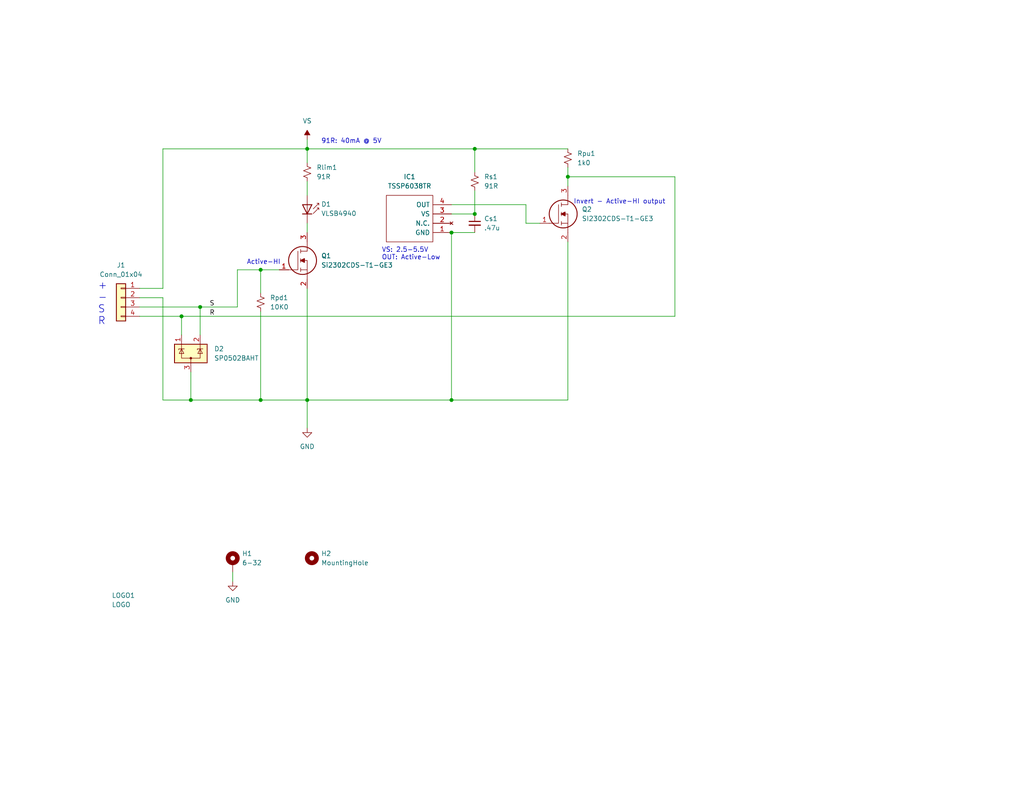
<source format=kicad_sch>
(kicad_sch (version 20230121) (generator eeschema)
  (paper "USLetter")
  (title_block (title "DR-4: Longer Range IR Sensor") (date "2023-07-25") (rev "2"))
  (lib_symbols
    (symbol "Connector_Generic:Conn_01x04" (pin_names (offset 1.016) hide)
      (property "Reference" "J" (at 0 5.08 0))
      (property "Value" "Conn_01x04" (at 0 -7.62 0))
      (symbol "Conn_01x04_1_1"
        (rectangle (start -1.27 -4.953) (end 0 -5.207) (stroke (width 0.1524)))
        (rectangle (start -1.27 -2.413) (end 0 -2.667) (stroke (width 0.1524)))
        (rectangle (start -1.27 0.127) (end 0 -0.127) (stroke (width 0.1524)))
        (rectangle (start -1.27 2.667) (end 0 2.413) (stroke (width 0.1524)))
        (rectangle (start -1.27 3.81) (end 1.27 -6.35) (stroke (width 0.254)) (fill (type background)))
        (pin passive line (at -5.08 2.54 0) (length 3.81) (name "Pin_1") (number "1"))
        (pin passive line (at -5.08 0 0) (length 3.81) (name "Pin_2") (number "2"))
        (pin passive line (at -5.08 -2.54 0) (length 3.81) (name "Pin_3") (number "3"))
        (pin passive line (at -5.08 -5.08 0) (length 3.81) (name "Pin_4") (number "4"))
      )
    )
    (symbol "Device:C_Small" (pin_numbers hide) (pin_names (offset 0.254) hide)
      (property "Reference" "C" (at 0.254 1.778 0))
      (property "Value" "C_Small" (at 0.254 -2.032 0))
      (symbol "C_Small_0_1"
        (polyline (pts (xy -1.524 -0.508) (xy 1.524 -0.508)) (stroke (width 0.3302)))
        (polyline (pts (xy -1.524 0.508) (xy 1.524 0.508)) (stroke (width 0.3048)))
      )
      (symbol "C_Small_1_1"
        (pin passive line (at 0 2.54 270) (length 2.032) (name "~") (number "1"))
        (pin passive line (at 0 -2.54 90) (length 2.032) (name "~") (number "2"))
      )
    )
    (symbol "Device:R_Small_US" (pin_numbers hide) (pin_names (offset 0.254) hide)
      (property "Reference" "R" (at 0.762 0.508 0))
      (property "Value" "R_Small_US" (at 0.762 -1.016 0))
      (symbol "R_Small_US_1_1"
        (polyline (pts (xy 0 0) (xy 1.016 -0.381) (xy 0 -0.762) (xy -1.016 -1.143) (xy 0 -1.524)))
        (polyline (pts (xy 0 1.524) (xy 1.016 1.143) (xy 0 0.762) (xy -1.016 0.381) (xy 0 0)))
        (pin passive line (at 0 2.54 270) (length 1.016) (name "~") (number "1"))
        (pin passive line (at 0 -2.54 90) (length 1.016) (name "~") (number "2"))
      )
    )
    (symbol "LED:TSAL4400" (pin_numbers hide) (pin_names (offset 1.016) hide)
      (property "Reference" "D" (at 0.508 1.778 0))
      (property "Value" "TSAL4400" (at -1.016 -2.794 0))
      (symbol "TSAL4400_0_1"
        (polyline (pts (xy -2.54 1.27) (xy -2.54 -1.27)) (stroke (width 0.254)))
        (polyline (pts (xy 0 0) (xy -2.54 0)))
        (polyline (pts (xy 0.381 3.175) (xy -0.127 3.175)))
        (polyline (pts (xy -1.143 1.651) (xy 0.381 3.175) (xy 0.381 2.667)))
        (polyline (pts (xy 0 1.27) (xy -2.54 0) (xy 0 -1.27) (xy 0 1.27)) (stroke (width 0.254)))
        (polyline (pts (xy -2.413 1.651) (xy -0.889 3.175) (xy -0.889 2.667) (xy -0.889 3.175) (xy -1.397 3.175)))
      )
      (symbol "TSAL4400_1_1"
        (pin passive line (at -5.08 0 0) (length 2.54) (name "K") (number "1"))
        (pin passive line (at 2.54 0 180) (length 2.54) (name "A") (number "2"))
      )
    )
    (symbol "Mechanical:MountingHole" (pin_names (offset 1.016))
      (property "Reference" "H" (at 0 5.08 0))
      (property "Value" "MountingHole" (at 0 3.175 0))
      (symbol "MountingHole_0_1"
        (circle (center 0 0) (radius 1.27) (stroke (width 1.27)))
      )
    )
    (symbol "Mechanical:MountingHole_Pad" (pin_numbers hide) (pin_names (offset 1.016) hide)
      (property "Reference" "H" (at 0 6.35 0))
      (property "Value" "MountingHole_Pad" (at 0 4.445 0))
      (symbol "MountingHole_Pad_0_1"
        (circle (center 0 1.27) (radius 1.27) (stroke (width 1.27)))
      )
      (symbol "MountingHole_Pad_1_1"
        (pin input line (at 0 -2.54 90) (length 2.54) (name "1") (number "1"))
      )
    )
    (symbol "My_Symbols:LOGO"
      (property "Reference" "LOGO" (at 0 0 0))
      (property "Value" "LOGO" (at 0 0 0))
    )
    (symbol "Power_Protection:SP0502BAHT" (pin_names hide)
      (property "Reference" "D" (at 5.715 2.54 0))
      (property "Value" "SP0502BAHT" (at 5.715 0.635 0))
      (symbol "SP0502BAHT_0_0"
        (pin passive line (at 0 -5.08 90) (length 2.54) (name "A") (number "3"))
      )
      (symbol "SP0502BAHT_0_1"
        (rectangle (start -4.445 2.54) (end 4.445 -2.54) (stroke (width 0.254)) (fill (type background)))
        (circle (center 0 -1.27) (radius 0.254) (fill (type outline)))
        (polyline (pts (xy -2.54 2.54) (xy -2.54 1.27)))
        (polyline (pts (xy 0 -1.27) (xy 0 -2.54)))
        (polyline (pts (xy 2.54 2.54) (xy 2.54 1.27)))
        (polyline (pts (xy -3.302 1.016) (xy -3.302 1.27) (xy -1.905 1.27) (xy -1.778 1.27)))
        (polyline (pts (xy -2.54 1.27) (xy -2.54 -1.27) (xy 2.54 -1.27) (xy 2.54 1.27)))
        (polyline (pts (xy -2.54 1.27) (xy -1.905 0) (xy -3.175 0) (xy -2.54 1.27)))
        (polyline (pts (xy 1.778 1.016) (xy 1.778 1.27) (xy 3.175 1.27) (xy 3.302 1.27)))
        (polyline (pts (xy 2.54 1.27) (xy 1.905 0) (xy 3.175 0) (xy 2.54 1.27)))
      )
      (symbol "SP0502BAHT_1_1"
        (pin passive line (at -2.54 5.08 270) (length 2.54) (name "K") (number "1"))
        (pin passive line (at 2.54 5.08 270) (length 2.54) (name "K") (number "2"))
      )
    )
    (symbol "SamacSys_Parts:SI2302CDS-T1-GE3" (pin_names (offset 0.762))
      (property "Reference" "IC" (at 16.51 7.62 0))
      (property "Value" "SI2302CDS-T1-GE3" (at 16.51 5.08 0))
      (symbol "SI2302CDS-T1-GE3_0_0"
        (pin bidirectional line (at 0 0 0) (length 2.54) (name "~") (number "1"))
        (pin bidirectional line (at 7.62 -5.08 90) (length 2.54) (name "~") (number "2"))
        (pin bidirectional line (at 7.62 10.16 270) (length 2.54) (name "~") (number "3"))
      )
      (symbol "SI2302CDS-T1-GE3_0_1"
        (polyline (pts (xy 5.842 -0.508) (xy 5.842 0.508)) (stroke (width 0.1524)))
        (polyline (pts (xy 5.842 0) (xy 7.62 0)) (stroke (width 0.1524)))
        (polyline (pts (xy 5.842 2.032) (xy 5.842 3.048)) (stroke (width 0.1524)))
        (polyline (pts (xy 5.842 5.588) (xy 5.842 4.572)) (stroke (width 0.1524)))
        (polyline (pts (xy 7.62 2.54) (xy 5.842 2.54)) (stroke (width 0.1524)))
        (polyline (pts (xy 7.62 2.54) (xy 7.62 -2.54)) (stroke (width 0.1524)))
        (polyline (pts (xy 7.62 5.08) (xy 5.842 5.08)) (stroke (width 0.1524)))
        (polyline (pts (xy 7.62 5.08) (xy 7.62 7.62)) (stroke (width 0.1524)))
        (polyline (pts (xy 2.54 0) (xy 5.08 0) (xy 5.08 5.08)) (stroke (width 0.1524)))
        (polyline (pts (xy 5.842 2.54) (xy 6.858 3.048) (xy 6.858 2.032) (xy 5.842 2.54)) (stroke (width 0.254)) (fill (type outline)))
        (circle (center 6.35 2.54) (radius 3.81) (stroke (width 0.254)))
      )
    )
    (symbol "SamacSys_Parts:TSSP6038TR" (pin_names (offset 0.762))
      (property "Reference" "IC" (at 19.05 7.62 0))
      (property "Value" "TSSP6038TR" (at 19.05 5.08 0))
      (symbol "TSSP6038TR_0_0"
        (pin passive line (at 0 0 0) (length 5.08) (name "GND") (number "1"))
        (pin no_connect line (at 0 -2.54 0) (length 5.08) (name "N.C.") (number "2"))
        (pin passive line (at 0 -5.08 0) (length 5.08) (name "VS") (number "3"))
        (pin passive line (at 0 -7.62 0) (length 5.08) (name "OUT") (number "4"))
      )
      (symbol "TSSP6038TR_0_1"
        (polyline (pts (xy 5.08 2.54) (xy 17.78 2.54) (xy 17.78 -10.16) (xy 5.08 -10.16) (xy 5.08 2.54)) (stroke (width 0.1524)))
      )
    )
    (symbol "power:GND" (power) (pin_names (offset 0))
      (property "Value" "GND" (at 0 -3.81 0))
      (symbol "GND_0_1"
        (polyline (pts (xy 0 0) (xy 0 -1.27) (xy 1.27 -1.27) (xy 0 -2.54) (xy -1.27 -1.27) (xy 0 -1.27)))
      )
      (symbol "GND_1_1"
        (pin power_in line (at 0 0 270) (length 0) hide (name "GND") (number "1"))
      )
    )
    (symbol "power:VS" (power) (pin_names (offset 0))
      (property "Value" "VS" (at 0 3.81 0))
      (symbol "VS_0_1"
        (polyline (pts (xy 0 0) (xy 0 2.54)))
        (polyline (pts (xy 0.762 1.27) (xy -0.762 1.27) (xy 0 2.54) (xy 0.762 1.27)) (fill (type outline)))
      )
      (symbol "VS_1_1"
        (pin power_in line (at 0 0 90) (length 0) hide (name "VS") (number "1"))
      )
    )
  )
  (junction (at 49.53 86.36))
  (junction (at 123.19 63.5))
  (junction (at 83.82 109.22))
  (junction (at 71.12 73.66))
  (junction (at 54.61 83.82))
  (junction (at 129.54 58.42))
  (junction (at 71.12 109.22))
  (junction (at 83.82 40.64))
  (junction (at 129.54 40.64))
  (junction (at 123.19 109.22))
  (junction (at 154.94 48.26))
  (junction (at 52.07 109.22))
  (wire (pts (xy 184.15 48.26) (xy 154.94 48.26)))
  (wire (pts (xy 44.45 109.22) (xy 44.45 81.28)))
  (wire (pts (xy 129.54 52.07) (xy 129.54 58.42)))
  (wire (pts (xy 49.53 86.36) (xy 184.15 86.36)))
  (wire (pts (xy 64.77 83.82) (xy 64.77 73.66)))
  (wire (pts (xy 54.61 83.82) (xy 64.77 83.82)))
  (wire (pts (xy 83.82 78.74) (xy 83.82 109.22)))
  (wire (pts (xy 49.53 86.36) (xy 49.53 91.44)))
  (wire (pts (xy 63.5 156.21) (xy 63.5 158.75)))
  (wire (pts (xy 129.54 40.64) (xy 129.54 46.99)))
  (wire (pts (xy 54.61 83.82) (xy 54.61 91.44)))
  (wire (pts (xy 154.94 66.04) (xy 154.94 109.22)))
  (wire (pts (xy 71.12 73.66) (xy 76.2 73.66)))
  (wire (pts (xy 184.15 86.36) (xy 184.15 48.26)))
  (wire (pts (xy 64.77 73.66) (xy 71.12 73.66)))
  (wire (pts (xy 83.82 38.1) (xy 83.82 40.64)))
  (wire (pts (xy 143.51 55.88) (xy 143.51 60.96)))
  (wire (pts (xy 143.51 60.96) (xy 147.32 60.96)))
  (wire (pts (xy 154.94 45.72) (xy 154.94 48.26)))
  (wire (pts (xy 52.07 109.22) (xy 71.12 109.22)))
  (wire (pts (xy 44.45 40.64) (xy 44.45 78.74)))
  (wire (pts (xy 123.19 63.5) (xy 123.19 109.22)))
  (wire (pts (xy 38.1 78.74) (xy 44.45 78.74)))
  (wire (pts (xy 83.82 40.64) (xy 129.54 40.64)))
  (wire (pts (xy 83.82 40.64) (xy 83.82 44.45)))
  (wire (pts (xy 71.12 109.22) (xy 83.82 109.22)))
  (wire (pts (xy 52.07 101.6) (xy 52.07 109.22)))
  (wire (pts (xy 44.45 109.22) (xy 52.07 109.22)))
  (wire (pts (xy 71.12 73.66) (xy 71.12 80.01)))
  (wire (pts (xy 83.82 49.53) (xy 83.82 53.34)))
  (wire (pts (xy 154.94 50.8) (xy 154.94 48.26)))
  (wire (pts (xy 123.19 63.5) (xy 129.54 63.5)))
  (wire (pts (xy 44.45 40.64) (xy 83.82 40.64)))
  (wire (pts (xy 123.19 55.88) (xy 143.51 55.88)))
  (wire (pts (xy 83.82 109.22) (xy 83.82 116.84)))
  (wire (pts (xy 83.82 60.96) (xy 83.82 63.5)))
  (wire (pts (xy 38.1 81.28) (xy 44.45 81.28)))
  (wire (pts (xy 71.12 85.09) (xy 71.12 109.22)))
  (wire (pts (xy 38.1 83.82) (xy 54.61 83.82)))
  (wire (pts (xy 154.94 109.22) (xy 123.19 109.22)))
  (wire (pts (xy 123.19 109.22) (xy 83.82 109.22)))
  (wire (pts (xy 129.54 40.64) (xy 154.94 40.64)))
  (wire (pts (xy 123.19 58.42) (xy 129.54 58.42)))
  (wire (pts (xy 38.1 86.36) (xy 49.53 86.36)))
  (text "+\n-\nS\nR" (at 26.67 88.9 0) (effects (font (size 2 2)) (justify left bottom)))
  (text "Invert - Active-HI output" (at 181.61 55.88 0) (effects (font (size 1.27 1.27)) (justify right bottom)))
  (text "VS: 2.5-5.5V\nOUT: Active-Low" (at 104.14 71.12 0) (effects (font (size 1.27 1.27)) (justify left bottom)))
  (text "91R: 40mA @ 5V" (at 87.63 39.37 0) (effects (font (size 1.27 1.27)) (justify left bottom)))
  (text "Active-HI" (at 67.31 72.39 0) (effects (font (size 1.27 1.27)) (justify left bottom)))
  (label "S" (at 57.15 83.82 0))
  (label "R" (at 57.15 86.36 0))
  (symbol (lib_id "Device:R_Small_US") (at 129.54 49.53 180) (unit 1)
    (property "Reference" "Rs1" (at 132.08 48.2599 0) (effects (justify right)))
    (property "Value" "91R" (at 132.08 50.7999 0) (effects (justify right)))
    (property "Footprint" "Resistor_SMD:R_0603_1608Metric" (effects hide))
  )
  (symbol (lib_id "Device:R_Small_US") (at 154.94 43.18 0) (unit 1)
    (property "Reference" "Rpu1" (at 157.48 41.9099 0) (effects (justify left)))
    (property "Value" "1k0" (at 157.48 44.4499 0) (effects (justify left)))
    (property "Footprint" "Resistor_SMD:R_0603_1608Metric" (effects hide))
  )
  (symbol (lib_id "Connector_Generic:Conn_01x04") (at 33.02 81.28 0) (mirror y) (unit 1)
    (property "Reference" "J1" (at 33.02 72.39 0))
    (property "Value" "Conn_01x04" (at 33.02 74.93 0))
    (property "Footprint" "Connector_PinHeader_2.54mm:PinHeader_1x04_P2.54mm_Horizontal" (effects hide))
  )
  (symbol (lib_id "Device:R_Small_US") (at 83.82 46.99 0) (unit 1)
    (property "Reference" "Rlim1" (at 86.36 45.7199 0) (effects (justify left)))
    (property "Value" "91R" (at 86.36 48.2599 0) (effects (justify left)))
    (property "Footprint" "Resistor_SMD:R_0603_1608Metric" (effects hide))
  )
  (symbol (lib_id "SamacSys_Parts:SI2302CDS-T1-GE3") (at 147.32 60.96 0) (unit 1)
    (property "Reference" "Q2" (at 158.75 57.1499 0) (effects (justify left)))
    (property "Value" "SI2302CDS-T1-GE3" (at 158.75 59.6899 0) (effects (justify left)))
    (property "Footprint" "Samacsys:SOT95P237X112-3N" (effects hide))
    (property "Datasheet" "https://datasheet.datasheetarchive.com/originals/distributors/Datasheets-DGA23/1579559.pdf" (effects hide))
    (property "Description" "SI2302CDS-T1-GE3, N-channel MOSFET Transistor 2.6 A 20 V, 3-Pin SOT-23" (effects hide))
    (property "Height" "1.12" (effects hide))
    (property "Manufacturer_Name" "Vishay" (effects hide))
    (property "Manufacturer_Part_Number" "SI2302CDS-T1-GE3" (effects hide))
    (property "Mouser Part Number" "781-SI2302CDS-T1-GE3" (effects hide))
    (property "Mouser Price/Stock" "https://www.mouser.co.uk/ProductDetail/Vishay-Semiconductors/SI2302CDS-T1-GE3?qs=IRuQNBqMOcmu69KRt6rZUQ%3D%3D" (effects hide))
    (property "Allied_Number" "70459671" (effects hide))
    (property "Allied Price/Stock" "https://www.alliedelec.com/siliconix-vishay-si2312cds-t1-ge3/70459671/" (effects hide))
  )
  (symbol (lib_id "SamacSys_Parts:TSSP6038TR") (at 123.19 63.5 180) (unit 1)
    (property "Reference" "IC1" (at 111.76 48.26 0))
    (property "Value" "TSSP6038TR" (at 111.76 50.8 0))
    (property "Footprint" "Samacsys:TSSP6038TR" (effects hide))
    (property "Datasheet" "https://componentsearchengine.com/Datasheets/1/TSSP6038TR.pdf" (effects hide))
    (property "Description" "IR Receiver Module 38KHz 25m EMI SMD4 Vishay TSSP6038TR, 38kHz IR Receiver, 950nm +/-50 , 25m Range, 2.5V - 5V, SMT, 7.2 x 5.3 x 2.9mm" (effects hide))
    (property "Height" "4.3" (effects hide))
    (property "Mouser Part Number" "78-TSSP6038TR" (effects hide))
    (property "Mouser Price/Stock" "https://www.mouser.com/Search/Refine.aspx?Keyword=78-TSSP6038TR" (effects hide))
    (property "Manufacturer_Name" "Vishay" (effects hide))
    (property "Manufacturer_Part_Number" "TSSP6038TR" (effects hide))
  )
  (symbol (lib_id "Device:R_Small_US") (at 71.12 82.55 0) (unit 1)
    (property "Reference" "Rpd1" (at 73.66 81.2799 0) (effects (justify left)))
    (property "Value" "10K0" (at 73.66 83.8199 0) (effects (justify left)))
    (property "Footprint" "Resistor_SMD:R_0603_1608Metric" (effects hide))
  )
  (symbol (lib_id "SamacSys_Parts:SI2302CDS-T1-GE3") (at 76.2 73.66 0) (unit 1)
    (property "Reference" "Q1" (at 87.63 69.8499 0) (effects (justify left)))
    (property "Value" "Si2302CDS-T1-GE3" (at 87.63 72.3899 0) (effects (justify left)))
    (property "Footprint" "Samacsys:SOT95P237X112-3N" (effects hide))
    (property "Datasheet" "https://datasheet.datasheetarchive.com/originals/distributors/Datasheets-DGA23/1579559.pdf" (effects hide))
    (property "Description" "SI2302CDS-T1-GE3, N-channel MOSFET Transistor 2.6 A 20 V, 3-Pin SOT-23" (effects hide))
    (property "Height" "1.12" (effects hide))
    (property "Manufacturer_Name" "Vishay" (effects hide))
    (property "Manufacturer_Part_Number" "SI2302CDS-T1-GE3" (effects hide))
    (property "Mouser Part Number" "781-SI2302CDS-T1-GE3" (effects hide))
    (property "Mouser Price/Stock" "https://www.mouser.co.uk/ProductDetail/Vishay-Semiconductors/SI2302CDS-T1-GE3?qs=IRuQNBqMOcmu69KRt6rZUQ%3D%3D" (effects hide))
    (property "Allied_Number" "70459671" (effects hide))
    (property "Allied Price/Stock" "https://www.alliedelec.com/siliconix-vishay-si2312cds-t1-ge3/70459671/" (effects hide))
  )
  (symbol (lib_id "Mechanical:MountingHole") (at 85.09 152.4 0) (unit 1)
    (property "Reference" "H2" (at 87.63 151.1299 0) (effects (justify left)))
    (property "Value" "MountingHole" (at 87.63 153.6699 0) (effects (justify left)))
    (property "Footprint" "MountingHole:MountingHole_2.1mm" (effects hide))
  )
  (symbol (lib_id "LED:TSAL4400") (at 83.82 55.88 270) (mirror x) (unit 1)
    (property "Reference" "D1" (at 87.63 55.7529 90) (effects (justify left)))
    (property "Value" "VLSB4940" (at 87.63 58.2929 90) (effects (justify left)))
    (property "Footprint" "LED_THT:LED_D3.0mm_IRBlack" (effects hide))
    (property "Datasheet" "http://www.vishay.com/docs/81006/tsal4400.pdf" (effects hide))
  )
  (symbol (lib_id "Power_Protection:SP0502BAHT") (at 52.07 96.52 0) (unit 1)
    (property "Reference" "D2" (at 58.42 95.2499 0) (effects (justify left)))
    (property "Value" "SP0502BAHT" (at 58.42 97.7899 0) (effects (justify left)))
    (property "Footprint" "Package_TO_SOT_SMD:SOT-23" (effects hide))
    (property "Datasheet" "http://www.littelfuse.com/~/media/files/littelfuse/technical%20resources/documents/data%20sheets/sp05xxba.pdf" (effects hide))
  )
  (symbol (lib_id "power:VS") (at 83.82 38.1 0) (unit 1)
    (property "Reference" "#PWR01" (effects hide))
    (property "Value" "VS" (at 83.82 33.02 0))
  )
  (symbol (lib_id "power:GND") (at 83.82 116.84 0) (unit 1)
    (property "Reference" "#PWR02" (effects hide))
    (property "Value" "GND" (at 83.82 121.92 0))
  )
  (symbol (lib_id "Mechanical:MountingHole_Pad") (at 63.5 153.67 0) (unit 1)
    (property "Reference" "H1" (at 66.04 151.1299 0) (effects (justify left)))
    (property "Value" "6-32" (at 66.04 153.6699 0) (effects (justify left)))
    (property "Footprint" "MountingHole:MountingHole_4.3mm_M4_Pad_TopBottom" (effects hide))
  )
  (symbol (lib_id "My_Symbols:LOGO") (at 29.21 163.83 0) (unit 1)
    (property "Reference" "LOGO1" (at 30.48 162.5599 0) (effects (justify left)))
    (property "Value" "LOGO" (at 30.48 165.0999 0) (effects (justify left)))
    (property "Footprint" "MyModules:tinyrep" (effects hide))
  )
  (symbol (lib_id "power:GND") (at 63.5 158.75 0) (unit 1)
    (property "Reference" "#PWR03" (effects hide))
    (property "Value" "GND" (at 63.5 163.83 0))
  )
  (symbol (lib_id "Device:C_Small") (at 129.54 60.96 0) (unit 1)
    (property "Reference" "Cs1" (at 132.08 59.6962 0) (effects (justify left)))
    (property "Value" ".47u" (at 132.08 62.2362 0) (effects (justify left)))
    (property "Footprint" "Capacitor_SMD:C_0603_1608Metric" (effects hide))
    (property "Manufacturer_Name" "Vishay" (effects hide))
    (property "Manufacturer_Part_Number" "VJ0603G474KXQPW1BC" (effects hide))
    (property "Mouser Part Number" "77-VJ0603G474KXQPBC" (effects hide))
  )
)
</source>
